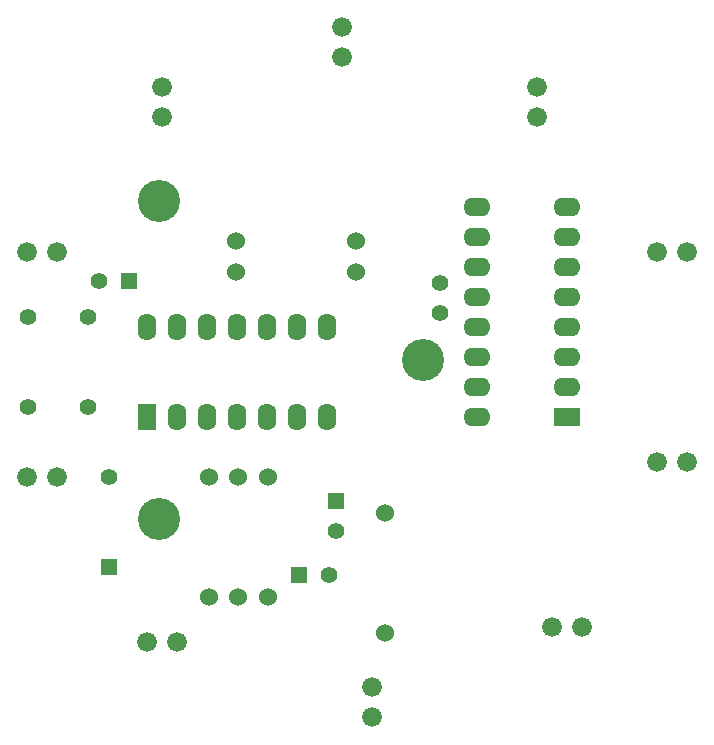
<source format=gts>
G04 (created by PCBNEW (2013-08-23 BZR 4296)-product) date 9/8/2013 11:51:00 PM*
%MOIN*%
G04 Gerber Fmt 3.4, Leading zero omitted, Abs format*
%FSLAX34Y34*%
G01*
G70*
G90*
G04 APERTURE LIST*
%ADD10C,0.005906*%
%ADD11C,0.055000*%
%ADD12C,0.060000*%
%ADD13C,0.066000*%
%ADD14R,0.090000X0.062000*%
%ADD15O,0.090000X0.062000*%
%ADD16R,0.062000X0.090000*%
%ADD17O,0.062000X0.090000*%
%ADD18R,0.055000X0.055000*%
%ADD19C,0.140000*%
G04 APERTURE END LIST*
G54D10*
G54D11*
X45520Y-24145D03*
X43520Y-24145D03*
X45520Y-21145D03*
X43520Y-21145D03*
G54D12*
X51540Y-26490D03*
X51540Y-30490D03*
X50465Y-19670D03*
X54465Y-19670D03*
X49580Y-30490D03*
X49580Y-26490D03*
X50550Y-30480D03*
X50550Y-26480D03*
X50465Y-18620D03*
X54465Y-18620D03*
X55425Y-27685D03*
X55425Y-31685D03*
G54D13*
X61000Y-31500D03*
X62000Y-31500D03*
X64500Y-26000D03*
X65500Y-26000D03*
X64500Y-19000D03*
X65500Y-19000D03*
X60500Y-14500D03*
X60500Y-13500D03*
X54000Y-12500D03*
X54000Y-11500D03*
X48000Y-14500D03*
X48000Y-13500D03*
X44500Y-19000D03*
X43500Y-19000D03*
X44500Y-26500D03*
X43500Y-26500D03*
X48500Y-32000D03*
X47500Y-32000D03*
X55000Y-33500D03*
X55000Y-34500D03*
G54D14*
X61500Y-24500D03*
G54D15*
X61500Y-23500D03*
X61500Y-22500D03*
X61500Y-21500D03*
X61500Y-20500D03*
X61500Y-19500D03*
X61500Y-18500D03*
X61500Y-17500D03*
X58500Y-17500D03*
X58500Y-18500D03*
X58500Y-19500D03*
X58500Y-20500D03*
X58500Y-21500D03*
X58500Y-22500D03*
X58500Y-23500D03*
X58500Y-24500D03*
G54D16*
X47500Y-24500D03*
G54D17*
X48500Y-24500D03*
X49500Y-24500D03*
X50500Y-24500D03*
X51500Y-24500D03*
X52500Y-24500D03*
X53500Y-24500D03*
X53500Y-21500D03*
X52500Y-21500D03*
X51500Y-21500D03*
X50500Y-21500D03*
X49500Y-21500D03*
X48500Y-21500D03*
X47500Y-21500D03*
G54D18*
X46230Y-29480D03*
G54D11*
X46230Y-26480D03*
X57285Y-20010D03*
X57285Y-21010D03*
G54D18*
X53805Y-27280D03*
G54D11*
X53805Y-28280D03*
G54D18*
X52585Y-29760D03*
G54D11*
X53585Y-29760D03*
G54D18*
X46910Y-19950D03*
G54D11*
X45910Y-19950D03*
G54D19*
X47900Y-27905D03*
X56695Y-22600D03*
X47895Y-17290D03*
M02*

</source>
